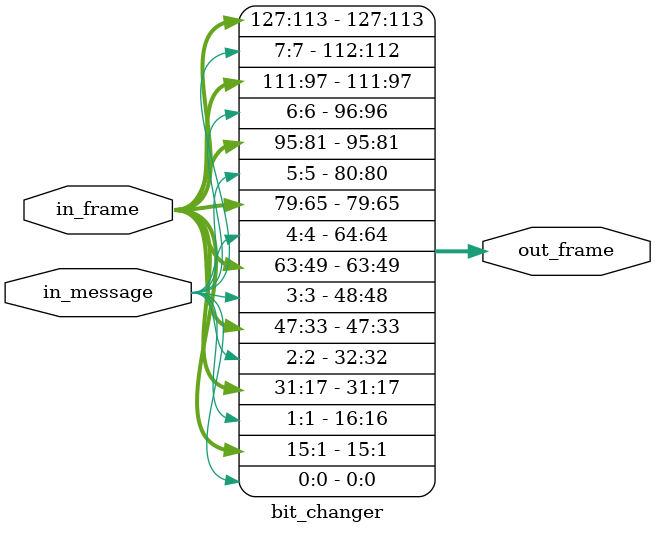
<source format=v>
`timescale 1ns / 1ps


module bit_changer #(parameter BPS=16, parameter FRAME_SIZE=8)
//BPS - bits per sample
                    (
                        //frame of samples, in each sample BPS bits defined as vector
                        input [FRAME_SIZE*BPS-1:0] in_frame ,
                        //part of message 
                        input [FRAME_SIZE-1:0] in_message,
                        //frame with changed LSB
                        output [FRAME_SIZE*BPS-1:0] out_frame //reg or wire? - wire dangerous if frame is big 
                     );
                                    
    genvar i;
    generate 
        for (i=0 ; i < FRAME_SIZE*BPS ; i=i+1)
            begin //: CHANGE_LSB
                if ((i % BPS) == 0)
                    assign out_frame[i] =  in_message[i/BPS];
                else
                    assign out_frame[i] = in_frame[i];  
            end
    endgenerate        
endmodule

</source>
